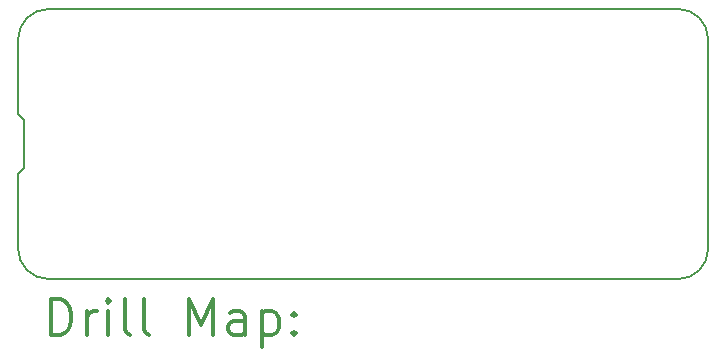
<source format=gbr>
%FSLAX45Y45*%
G04 Gerber Fmt 4.5, Leading zero omitted, Abs format (unit mm)*
G04 Created by KiCad (PCBNEW 5.1.4+dfsg1-1~bpo10+1) date 2020-01-10 16:49:56*
%MOMM*%
%LPD*%
G04 APERTURE LIST*
%ADD10C,0.150000*%
%ADD11C,0.200000*%
%ADD12C,0.300000*%
G04 APERTURE END LIST*
D10*
X12310110Y-10246360D02*
X12360910Y-10297160D01*
X12360910Y-10297160D02*
X12360910Y-10703560D01*
X12360910Y-10703560D02*
X12310110Y-10754360D01*
X17898110Y-9357360D02*
G75*
G02X18152110Y-9611360I0J-254000D01*
G01*
X18152110Y-11389360D02*
G75*
G02X17898110Y-11643360I-254000J0D01*
G01*
X12564110Y-11643360D02*
X17898110Y-11643360D01*
X18152110Y-11389360D02*
X18152110Y-9611360D01*
X17898110Y-9357360D02*
X12564110Y-9357360D01*
X12310110Y-9611360D02*
G75*
G02X12564110Y-9357360I254000J0D01*
G01*
X12310110Y-9611360D02*
X12310110Y-10246360D01*
X12310110Y-10754360D02*
X12310110Y-11389360D01*
X12564110Y-11643360D02*
G75*
G02X12310110Y-11389360I0J254000D01*
G01*
D11*
D12*
X12589038Y-12116574D02*
X12589038Y-11816574D01*
X12660467Y-11816574D01*
X12703324Y-11830860D01*
X12731896Y-11859431D01*
X12746181Y-11888003D01*
X12760467Y-11945146D01*
X12760467Y-11988003D01*
X12746181Y-12045146D01*
X12731896Y-12073717D01*
X12703324Y-12102289D01*
X12660467Y-12116574D01*
X12589038Y-12116574D01*
X12889038Y-12116574D02*
X12889038Y-11916574D01*
X12889038Y-11973717D02*
X12903324Y-11945146D01*
X12917610Y-11930860D01*
X12946181Y-11916574D01*
X12974753Y-11916574D01*
X13074753Y-12116574D02*
X13074753Y-11916574D01*
X13074753Y-11816574D02*
X13060467Y-11830860D01*
X13074753Y-11845146D01*
X13089038Y-11830860D01*
X13074753Y-11816574D01*
X13074753Y-11845146D01*
X13260467Y-12116574D02*
X13231896Y-12102289D01*
X13217610Y-12073717D01*
X13217610Y-11816574D01*
X13417610Y-12116574D02*
X13389038Y-12102289D01*
X13374753Y-12073717D01*
X13374753Y-11816574D01*
X13760467Y-12116574D02*
X13760467Y-11816574D01*
X13860467Y-12030860D01*
X13960467Y-11816574D01*
X13960467Y-12116574D01*
X14231896Y-12116574D02*
X14231896Y-11959431D01*
X14217610Y-11930860D01*
X14189038Y-11916574D01*
X14131896Y-11916574D01*
X14103324Y-11930860D01*
X14231896Y-12102289D02*
X14203324Y-12116574D01*
X14131896Y-12116574D01*
X14103324Y-12102289D01*
X14089038Y-12073717D01*
X14089038Y-12045146D01*
X14103324Y-12016574D01*
X14131896Y-12002289D01*
X14203324Y-12002289D01*
X14231896Y-11988003D01*
X14374753Y-11916574D02*
X14374753Y-12216574D01*
X14374753Y-11930860D02*
X14403324Y-11916574D01*
X14460467Y-11916574D01*
X14489038Y-11930860D01*
X14503324Y-11945146D01*
X14517610Y-11973717D01*
X14517610Y-12059431D01*
X14503324Y-12088003D01*
X14489038Y-12102289D01*
X14460467Y-12116574D01*
X14403324Y-12116574D01*
X14374753Y-12102289D01*
X14646181Y-12088003D02*
X14660467Y-12102289D01*
X14646181Y-12116574D01*
X14631896Y-12102289D01*
X14646181Y-12088003D01*
X14646181Y-12116574D01*
X14646181Y-11930860D02*
X14660467Y-11945146D01*
X14646181Y-11959431D01*
X14631896Y-11945146D01*
X14646181Y-11930860D01*
X14646181Y-11959431D01*
M02*

</source>
